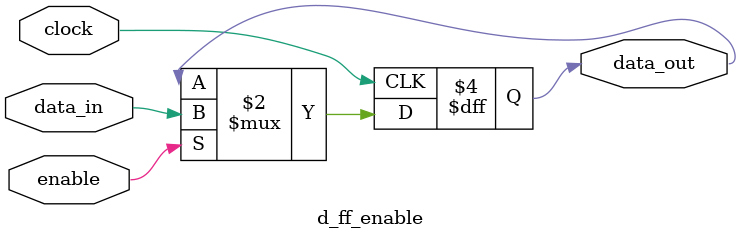
<source format=sv>
module d_ff_enable (
    input wire clock,
    input wire enable,
    input wire data_in,
    output reg data_out
);
    always @(posedge clock) begin
        if (enable)
            data_out <= data_in;
    end
endmodule

</source>
